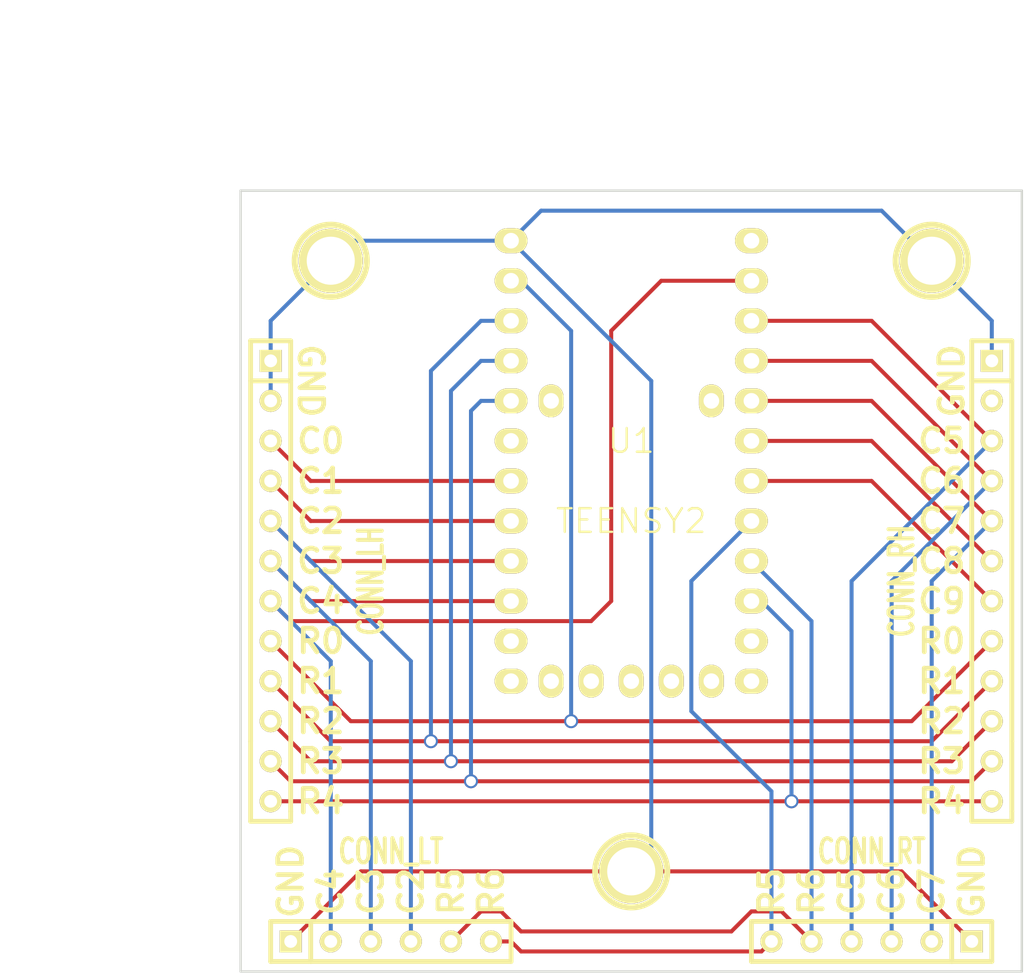
<source format=kicad_pcb>
(kicad_pcb (version 3) (host pcbnew "(2014-02-26 BZR 4721)-product")

  (general
    (links 39)
    (no_connects 1)
    (area 12.624999 12.624999 62.305001 62.305001)
    (thickness 1.6)
    (drawings 40)
    (tracks 108)
    (zones 0)
    (modules 8)
    (nets 32)
  )

  (page A3)
  (layers
    (15 F.Cu signal)
    (0 B.Cu signal)
    (16 B.Adhes user)
    (17 F.Adhes user)
    (18 B.Paste user)
    (19 F.Paste user)
    (20 B.SilkS user)
    (21 F.SilkS user)
    (22 B.Mask user)
    (23 F.Mask user)
    (24 Dwgs.User user)
    (25 Cmts.User user)
    (26 Eco1.User user)
    (27 Eco2.User user)
    (28 Edge.Cuts user)
  )

  (setup
    (last_trace_width 0.254)
    (user_trace_width 0.508)
    (trace_clearance 0.254)
    (zone_clearance 0.508)
    (zone_45_only no)
    (trace_min 0.254)
    (segment_width 0.2)
    (edge_width 0.15)
    (via_size 0.889)
    (via_drill 0.635)
    (via_min_size 0.889)
    (via_min_drill 0.508)
    (uvia_size 0.508)
    (uvia_drill 0.127)
    (uvias_allowed no)
    (uvia_min_size 0.508)
    (uvia_min_drill 0.127)
    (pcb_text_width 0.3)
    (pcb_text_size 1.5 1.5)
    (mod_edge_width 0.15)
    (mod_text_size 1.5 1.5)
    (mod_text_width 0.15)
    (pad_size 1.4 1.4)
    (pad_drill 0.6)
    (pad_to_mask_clearance 0.2)
    (aux_axis_origin 0 0)
    (visible_elements FFFFFFBF)
    (pcbplotparams
      (layerselection 3178497)
      (usegerberextensions true)
      (excludeedgelayer true)
      (linewidth 0.150000)
      (plotframeref false)
      (viasonmask false)
      (mode 1)
      (useauxorigin false)
      (hpglpennumber 1)
      (hpglpenspeed 20)
      (hpglpendiameter 15)
      (hpglpenoverlay 2)
      (psnegative false)
      (psa4output false)
      (plotreference true)
      (plotvalue true)
      (plotothertext true)
      (plotinvisibletext false)
      (padsonsilk false)
      (subtractmaskfromsilk false)
      (outputformat 1)
      (mirror false)
      (drillshape 1)
      (scaleselection 1)
      (outputdirectory ""))
  )

  (net 0 "")
  (net 1 C0)
  (net 2 C1)
  (net 3 C2)
  (net 4 C3)
  (net 5 C4)
  (net 6 C5)
  (net 7 C6)
  (net 8 C7)
  (net 9 C8)
  (net 10 C9)
  (net 11 GND)
  (net 12 "Net-(U1-Pad11)")
  (net 13 "Net-(U1-Pad12)")
  (net 14 "Net-(U1-Pad13)")
  (net 15 "Net-(U1-Pad14)")
  (net 16 "Net-(U1-Pad24)")
  (net 17 "Net-(U1-Pad25)")
  (net 18 "Net-(U1-Pad26)")
  (net 19 "Net-(U1-Pad27)")
  (net 20 "Net-(U1-Pad28)")
  (net 21 "Net-(U1-Pad29)")
  (net 22 "Net-(U1-Pad30)")
  (net 23 "Net-(U1-Pad31)")
  (net 24 "Net-(U1-Pad6)")
  (net 25 R0)
  (net 26 R1)
  (net 27 R2)
  (net 28 R3)
  (net 29 R4)
  (net 30 R5)
  (net 31 R6)

  (net_class Default "This is the default net class."
    (clearance 0.254)
    (trace_width 0.254)
    (via_dia 0.889)
    (via_drill 0.635)
    (uvia_dia 0.508)
    (uvia_drill 0.127)
    (add_net "")
    (add_net C0)
    (add_net C1)
    (add_net C2)
    (add_net C3)
    (add_net C4)
    (add_net C5)
    (add_net C6)
    (add_net C7)
    (add_net C8)
    (add_net C9)
    (add_net GND)
    (add_net "Net-(U1-Pad11)")
    (add_net "Net-(U1-Pad12)")
    (add_net "Net-(U1-Pad13)")
    (add_net "Net-(U1-Pad14)")
    (add_net "Net-(U1-Pad24)")
    (add_net "Net-(U1-Pad25)")
    (add_net "Net-(U1-Pad26)")
    (add_net "Net-(U1-Pad27)")
    (add_net "Net-(U1-Pad28)")
    (add_net "Net-(U1-Pad29)")
    (add_net "Net-(U1-Pad30)")
    (add_net "Net-(U1-Pad31)")
    (add_net "Net-(U1-Pad6)")
    (add_net R0)
    (add_net R1)
    (add_net R2)
    (add_net R3)
    (add_net R4)
    (add_net R5)
    (add_net R6)
  )

  (net_class Power ""
    (clearance 0.254)
    (trace_width 0.508)
    (via_dia 0.889)
    (via_drill 0.635)
    (uvia_dia 0.508)
    (uvia_drill 0.127)
  )

  (module conn:SIL-12 (layer F.Cu) (tedit 531BA7F3) (tstamp 531BAF5E)
    (at 14.605 37.465 270)
    (descr "Connecteur 12 pins")
    (tags "CONN DEV")
    (path /52F98080)
    (fp_text reference P1 (at -8.89 -6.35 270) (layer F.SilkS) hide
      (effects (font (size 1.72974 1.08712) (thickness 0.27178)))
    )
    (fp_text value CONN_LH (at 0 -6.35 270) (layer F.SilkS)
      (effects (font (size 1.524 1.016) (thickness 0.3048)))
    )
    (fp_line (start -15.24 1.27) (end -15.24 1.27) (layer F.SilkS) (width 0.3048))
    (fp_line (start -15.24 1.27) (end -15.24 -1.27) (layer F.SilkS) (width 0.3048))
    (fp_line (start -15.24 -1.27) (end 10.16 -1.27) (layer F.SilkS) (width 0.3048))
    (fp_line (start 10.16 1.27) (end -15.24 1.27) (layer F.SilkS) (width 0.3048))
    (fp_line (start -12.7 1.27) (end -12.7 -1.27) (layer F.SilkS) (width 0.3048))
    (fp_line (start 10.16 -1.27) (end 14.605 -1.27) (layer F.SilkS) (width 0.3048))
    (fp_line (start 14.605 -1.27) (end 15.24 -1.27) (layer F.SilkS) (width 0.3048))
    (fp_line (start 15.24 -1.27) (end 15.24 1.27) (layer F.SilkS) (width 0.3048))
    (fp_line (start 15.24 1.27) (end 10.16 1.27) (layer F.SilkS) (width 0.3048))
    (pad 1 thru_hole rect (at -13.97 0 270) (size 1.397 1.397) (drill 0.8128) (layers *.Cu *.Mask F.SilkS)
      (net 11 GND))
    (pad 2 thru_hole circle (at -11.43 0 270) (size 1.397 1.397) (drill 0.8128) (layers *.Cu *.Mask F.SilkS)
      (net 11 GND))
    (pad 3 thru_hole circle (at -8.89 0 270) (size 1.397 1.397) (drill 0.8128) (layers *.Cu *.Mask F.SilkS)
      (net 1 C0))
    (pad 4 thru_hole circle (at -6.35 0 270) (size 1.397 1.397) (drill 0.8128) (layers *.Cu *.Mask F.SilkS)
      (net 2 C1))
    (pad 5 thru_hole circle (at -3.81 0 270) (size 1.397 1.397) (drill 0.8128) (layers *.Cu *.Mask F.SilkS)
      (net 3 C2))
    (pad 6 thru_hole circle (at -1.27 0 270) (size 1.397 1.397) (drill 0.8128) (layers *.Cu *.Mask F.SilkS)
      (net 4 C3))
    (pad 7 thru_hole circle (at 1.27 0 270) (size 1.397 1.397) (drill 0.8128) (layers *.Cu *.Mask F.SilkS)
      (net 5 C4))
    (pad 8 thru_hole circle (at 3.81 0 270) (size 1.397 1.397) (drill 0.8128) (layers *.Cu *.Mask F.SilkS)
      (net 25 R0))
    (pad 9 thru_hole circle (at 6.35 0 270) (size 1.397 1.397) (drill 0.8128) (layers *.Cu *.Mask F.SilkS)
      (net 26 R1))
    (pad 10 thru_hole circle (at 8.89 0 270) (size 1.397 1.397) (drill 0.8128) (layers *.Cu *.Mask F.SilkS)
      (net 27 R2))
    (pad 11 thru_hole circle (at 11.43 0 270) (size 1.397 1.397) (drill 0.8128) (layers *.Cu *.Mask F.SilkS)
      (net 28 R3))
    (pad 12 thru_hole circle (at 13.97 0 270) (size 1.397 1.397) (drill 0.8128) (layers *.Cu *.Mask F.SilkS)
      (net 29 R4))
    (model pin_array\pins_array_12x1.wrl
      (at (xyz 0 0 0))
      (scale (xyz 1 1 1))
      (rotate (xyz 0 0 0))
    )
  )

  (module conn:SIL-12 (layer F.Cu) (tedit 531BA7F7) (tstamp 531BAF76)
    (at 60.325 37.465 270)
    (descr "Connecteur 12 pins")
    (tags "CONN DEV")
    (path /52F9808D)
    (fp_text reference P2 (at -8.255 5.715 270) (layer F.SilkS) hide
      (effects (font (size 1.72974 1.08712) (thickness 0.27178)))
    )
    (fp_text value CONN_RH (at 0 5.715 270) (layer F.SilkS)
      (effects (font (size 1.524 1.016) (thickness 0.3048)))
    )
    (fp_line (start -15.24 1.27) (end -15.24 1.27) (layer F.SilkS) (width 0.3048))
    (fp_line (start -15.24 1.27) (end -15.24 -1.27) (layer F.SilkS) (width 0.3048))
    (fp_line (start -15.24 -1.27) (end 10.16 -1.27) (layer F.SilkS) (width 0.3048))
    (fp_line (start 10.16 1.27) (end -15.24 1.27) (layer F.SilkS) (width 0.3048))
    (fp_line (start -12.7 1.27) (end -12.7 -1.27) (layer F.SilkS) (width 0.3048))
    (fp_line (start 10.16 -1.27) (end 14.605 -1.27) (layer F.SilkS) (width 0.3048))
    (fp_line (start 14.605 -1.27) (end 15.24 -1.27) (layer F.SilkS) (width 0.3048))
    (fp_line (start 15.24 -1.27) (end 15.24 1.27) (layer F.SilkS) (width 0.3048))
    (fp_line (start 15.24 1.27) (end 10.16 1.27) (layer F.SilkS) (width 0.3048))
    (pad 1 thru_hole rect (at -13.97 0 270) (size 1.397 1.397) (drill 0.8128) (layers *.Cu *.Mask F.SilkS)
      (net 11 GND))
    (pad 2 thru_hole circle (at -11.43 0 270) (size 1.397 1.397) (drill 0.8128) (layers *.Cu *.Mask F.SilkS)
      (net 11 GND))
    (pad 3 thru_hole circle (at -8.89 0 270) (size 1.397 1.397) (drill 0.8128) (layers *.Cu *.Mask F.SilkS)
      (net 6 C5))
    (pad 4 thru_hole circle (at -6.35 0 270) (size 1.397 1.397) (drill 0.8128) (layers *.Cu *.Mask F.SilkS)
      (net 7 C6))
    (pad 5 thru_hole circle (at -3.81 0 270) (size 1.397 1.397) (drill 0.8128) (layers *.Cu *.Mask F.SilkS)
      (net 8 C7))
    (pad 6 thru_hole circle (at -1.27 0 270) (size 1.397 1.397) (drill 0.8128) (layers *.Cu *.Mask F.SilkS)
      (net 9 C8))
    (pad 7 thru_hole circle (at 1.27 0 270) (size 1.397 1.397) (drill 0.8128) (layers *.Cu *.Mask F.SilkS)
      (net 10 C9))
    (pad 8 thru_hole circle (at 3.81 0 270) (size 1.397 1.397) (drill 0.8128) (layers *.Cu *.Mask F.SilkS)
      (net 25 R0))
    (pad 9 thru_hole circle (at 6.35 0 270) (size 1.397 1.397) (drill 0.8128) (layers *.Cu *.Mask F.SilkS)
      (net 26 R1))
    (pad 10 thru_hole circle (at 8.89 0 270) (size 1.397 1.397) (drill 0.8128) (layers *.Cu *.Mask F.SilkS)
      (net 27 R2))
    (pad 11 thru_hole circle (at 11.43 0 270) (size 1.397 1.397) (drill 0.8128) (layers *.Cu *.Mask F.SilkS)
      (net 28 R3))
    (pad 12 thru_hole circle (at 13.97 0 270) (size 1.397 1.397) (drill 0.8128) (layers *.Cu *.Mask F.SilkS)
      (net 29 R4))
    (model pin_array\pins_array_12x1.wrl
      (at (xyz 0 0 0))
      (scale (xyz 1 1 1))
      (rotate (xyz 0 0 0))
    )
  )

  (module conn:SIL-6 (layer F.Cu) (tedit 531BA801) (tstamp 531BAF8E)
    (at 22.225 60.325)
    (descr "Connecteur 6 pins")
    (tags "CONN DEV")
    (path /52F9806B)
    (fp_text reference P3 (at 9.525 0) (layer F.SilkS) hide
      (effects (font (size 1.72974 1.08712) (thickness 0.27178)))
    )
    (fp_text value CONN_LT (at 0 -5.715) (layer F.SilkS)
      (effects (font (size 1.524 1.016) (thickness 0.254)))
    )
    (fp_line (start -7.62 1.27) (end -7.62 -1.27) (layer F.SilkS) (width 0.3048))
    (fp_line (start -7.62 -1.27) (end 7.62 -1.27) (layer F.SilkS) (width 0.3048))
    (fp_line (start 7.62 -1.27) (end 7.62 1.27) (layer F.SilkS) (width 0.3048))
    (fp_line (start 7.62 1.27) (end -7.62 1.27) (layer F.SilkS) (width 0.3048))
    (fp_line (start -5.08 1.27) (end -5.08 -1.27) (layer F.SilkS) (width 0.3048))
    (pad 1 thru_hole rect (at -6.35 0) (size 1.397 1.397) (drill 0.8128) (layers *.Cu *.Mask F.SilkS)
      (net 11 GND))
    (pad 2 thru_hole circle (at -3.81 0) (size 1.397 1.397) (drill 0.8128) (layers *.Cu *.Mask F.SilkS)
      (net 5 C4))
    (pad 3 thru_hole circle (at -1.27 0) (size 1.397 1.397) (drill 0.8128) (layers *.Cu *.Mask F.SilkS)
      (net 4 C3))
    (pad 4 thru_hole circle (at 1.27 0) (size 1.397 1.397) (drill 0.8128) (layers *.Cu *.Mask F.SilkS)
      (net 3 C2))
    (pad 5 thru_hole circle (at 3.81 0) (size 1.397 1.397) (drill 0.8128) (layers *.Cu *.Mask F.SilkS)
      (net 30 R5))
    (pad 6 thru_hole circle (at 6.35 0) (size 1.397 1.397) (drill 0.8128) (layers *.Cu *.Mask F.SilkS)
      (net 31 R6))
  )

  (module conn:SIL-6 (layer F.Cu) (tedit 531BA80B) (tstamp 531BAF9C)
    (at 52.705 60.325 180)
    (descr "Connecteur 6 pins")
    (tags "CONN DEV")
    (path /52F98078)
    (fp_text reference P4 (at 9.525 0 180) (layer F.SilkS) hide
      (effects (font (size 1.72974 1.08712) (thickness 0.27178)))
    )
    (fp_text value CONN_RT (at 0 5.715 180) (layer F.SilkS)
      (effects (font (size 1.524 1.016) (thickness 0.254)))
    )
    (fp_line (start -7.62 1.27) (end -7.62 -1.27) (layer F.SilkS) (width 0.3048))
    (fp_line (start -7.62 -1.27) (end 7.62 -1.27) (layer F.SilkS) (width 0.3048))
    (fp_line (start 7.62 -1.27) (end 7.62 1.27) (layer F.SilkS) (width 0.3048))
    (fp_line (start 7.62 1.27) (end -7.62 1.27) (layer F.SilkS) (width 0.3048))
    (fp_line (start -5.08 1.27) (end -5.08 -1.27) (layer F.SilkS) (width 0.3048))
    (pad 1 thru_hole rect (at -6.35 0 180) (size 1.397 1.397) (drill 0.8128) (layers *.Cu *.Mask F.SilkS)
      (net 11 GND))
    (pad 2 thru_hole circle (at -3.81 0 180) (size 1.397 1.397) (drill 0.8128) (layers *.Cu *.Mask F.SilkS)
      (net 8 C7))
    (pad 3 thru_hole circle (at -1.27 0 180) (size 1.397 1.397) (drill 0.8128) (layers *.Cu *.Mask F.SilkS)
      (net 7 C6))
    (pad 4 thru_hole circle (at 1.27 0 180) (size 1.397 1.397) (drill 0.8128) (layers *.Cu *.Mask F.SilkS)
      (net 6 C5))
    (pad 5 thru_hole circle (at 3.81 0 180) (size 1.397 1.397) (drill 0.8128) (layers *.Cu *.Mask F.SilkS)
      (net 30 R5))
    (pad 6 thru_hole circle (at 6.35 0 180) (size 1.397 1.397) (drill 0.8128) (layers *.Cu *.Mask F.SilkS)
      (net 31 R6))
  )

  (module pjrc:Teensy2 (layer F.Cu) (tedit 531B9E46) (tstamp 531BAFCC)
    (at 37.465 28.575)
    (path /531B6BD8)
    (fp_text reference U1 (at 0 0) (layer F.SilkS)
      (effects (font (size 1.5 1.5) (thickness 0.15)))
    )
    (fp_text value TEENSY2 (at 0 5.08) (layer F.SilkS)
      (effects (font (size 1.5 1.5) (thickness 0.15)))
    )
    (pad 1 thru_hole oval (at -7.62 -12.7) (size 2.0828 1.5748) (drill 0.9906) (layers *.Cu *.Mask F.SilkS)
      (net 11 GND))
    (pad 2 thru_hole oval (at -7.62 -10.16) (size 2.0828 1.5748) (drill 0.9906) (layers *.Cu *.Mask F.SilkS)
      (net 25 R0))
    (pad 3 thru_hole oval (at -7.62 -7.62) (size 2.0828 1.5748) (drill 0.9906) (layers *.Cu *.Mask F.SilkS)
      (net 26 R1))
    (pad 4 thru_hole oval (at -7.62 -5.08) (size 2.0828 1.5748) (drill 0.9906) (layers *.Cu *.Mask F.SilkS)
      (net 27 R2))
    (pad 5 thru_hole oval (at -7.62 -2.54) (size 2.0828 1.5748) (drill 0.9906) (layers *.Cu *.Mask F.SilkS)
      (net 28 R3))
    (pad 6 thru_hole oval (at -7.62 0) (size 2.0828 1.5748) (drill 0.9906) (layers *.Cu *.Mask F.SilkS)
      (net 24 "Net-(U1-Pad6)"))
    (pad 7 thru_hole oval (at -7.62 2.54) (size 2.0828 1.5748) (drill 0.9906) (layers *.Cu *.Mask F.SilkS)
      (net 1 C0))
    (pad 8 thru_hole oval (at -7.62 5.08) (size 2.0828 1.5748) (drill 0.9906) (layers *.Cu *.Mask F.SilkS)
      (net 2 C1))
    (pad 9 thru_hole oval (at -7.62 7.62) (size 2.0828 1.5748) (drill 0.9906) (layers *.Cu *.Mask F.SilkS)
      (net 3 C2))
    (pad 10 thru_hole oval (at -7.62 10.16) (size 2.0828 1.5748) (drill 0.9906) (layers *.Cu *.Mask F.SilkS)
      (net 4 C3))
    (pad 11 thru_hole oval (at -7.62 12.7) (size 2.0828 1.5748) (drill 0.9906) (layers *.Cu *.Mask F.SilkS)
      (net 12 "Net-(U1-Pad11)"))
    (pad 12 thru_hole oval (at -7.62 15.24) (size 2.0828 1.5748) (drill 0.9906) (layers *.Cu *.Mask F.SilkS)
      (net 13 "Net-(U1-Pad12)"))
    (pad 13 thru_hole oval (at 7.62 15.24) (size 2.0828 1.5748) (drill 0.9906) (layers *.Cu *.Mask F.SilkS)
      (net 14 "Net-(U1-Pad13)"))
    (pad 14 thru_hole oval (at 7.62 12.7) (size 2.0828 1.5748) (drill 0.9906) (layers *.Cu *.Mask F.SilkS)
      (net 15 "Net-(U1-Pad14)"))
    (pad 15 thru_hole oval (at 7.62 10.16) (size 2.0828 1.5748) (drill 0.9906) (layers *.Cu *.Mask F.SilkS)
      (net 29 R4))
    (pad 16 thru_hole oval (at 7.62 7.62) (size 2.0828 1.5748) (drill 0.9906) (layers *.Cu *.Mask F.SilkS)
      (net 30 R5))
    (pad 17 thru_hole oval (at 7.62 5.08) (size 2.0828 1.5748) (drill 0.9906) (layers *.Cu *.Mask F.SilkS)
      (net 31 R6))
    (pad 18 thru_hole oval (at 7.62 2.54) (size 2.0828 1.5748) (drill 0.9906) (layers *.Cu *.Mask F.SilkS)
      (net 10 C9))
    (pad 19 thru_hole oval (at 7.62 0) (size 2.0828 1.5748) (drill 0.9906) (layers *.Cu *.Mask F.SilkS)
      (net 9 C8))
    (pad 20 thru_hole oval (at 7.62 -2.54) (size 2.0828 1.5748) (drill 0.9906) (layers *.Cu *.Mask F.SilkS)
      (net 8 C7))
    (pad 21 thru_hole oval (at 7.62 -5.08) (size 2.0828 1.5748) (drill 0.9906) (layers *.Cu *.Mask F.SilkS)
      (net 7 C6))
    (pad 22 thru_hole oval (at 7.62 -7.62) (size 2.0828 1.5748) (drill 0.9906) (layers *.Cu *.Mask F.SilkS)
      (net 6 C5))
    (pad 23 thru_hole oval (at 7.62 -10.16) (size 2.0828 1.5748) (drill 0.9906) (layers *.Cu *.Mask F.SilkS)
      (net 5 C4))
    (pad 24 thru_hole oval (at 7.62 -12.7) (size 2.0828 1.5748) (drill 0.9906) (layers *.Cu *.Mask F.SilkS)
      (net 16 "Net-(U1-Pad24)"))
    (pad 25 thru_hole oval (at -5.08 15.24) (size 1.5748 2.0828) (drill 0.9906) (layers *.Cu *.Mask F.SilkS)
      (net 17 "Net-(U1-Pad25)"))
    (pad 26 thru_hole oval (at -2.54 15.24) (size 1.5748 2.0828) (drill 0.9906) (layers *.Cu *.Mask F.SilkS)
      (net 18 "Net-(U1-Pad26)"))
    (pad 27 thru_hole oval (at 0 15.24) (size 1.5748 2.0828) (drill 0.9906) (layers *.Cu *.Mask F.SilkS)
      (net 19 "Net-(U1-Pad27)"))
    (pad 28 thru_hole oval (at 2.54 15.24) (size 1.5748 2.0828) (drill 0.9906) (layers *.Cu *.Mask F.SilkS)
      (net 20 "Net-(U1-Pad28)"))
    (pad 29 thru_hole oval (at 5.08 15.24) (size 1.5748 2.0828) (drill 0.9906) (layers *.Cu *.Mask F.SilkS)
      (net 21 "Net-(U1-Pad29)"))
    (pad 30 thru_hole oval (at -5.08 -2.54) (size 1.5748 2.0828) (drill 0.9906) (layers *.Cu *.Mask F.SilkS)
      (net 22 "Net-(U1-Pad30)"))
    (pad 31 thru_hole oval (at 5.08 -2.54) (size 1.5748 2.0828) (drill 0.9906) (layers *.Cu *.Mask F.SilkS)
      (net 23 "Net-(U1-Pad31)"))
  )

  (module conn:1pin (layer F.Cu) (tedit 531BA80E) (tstamp 531BB103)
    (at 37.465 55.88)
    (descr "module 1 pin (ou trou mecanique de percage)")
    (tags DEV)
    (path /531BA243)
    (fp_text reference P5 (at 0 -3.048) (layer F.SilkS) hide
      (effects (font (size 1.016 1.016) (thickness 0.254)))
    )
    (fp_text value CONN_1 (at 0 2.794) (layer F.SilkS) hide
      (effects (font (size 1.016 1.016) (thickness 0.254)))
    )
    (fp_circle (center 0 0) (end 0 -2.286) (layer F.SilkS) (width 0.381))
    (pad 1 thru_hole circle (at 0 0) (size 4.064 4.064) (drill 3.048) (layers *.Cu *.Mask F.SilkS)
      (net 11 GND))
  )

  (module conn:1pin (layer F.Cu) (tedit 531BA7EE) (tstamp 531BB109)
    (at 56.515 17.145)
    (descr "module 1 pin (ou trou mecanique de percage)")
    (tags DEV)
    (path /531BA255)
    (fp_text reference P6 (at 0 -3.048) (layer F.SilkS) hide
      (effects (font (size 1.016 1.016) (thickness 0.254)))
    )
    (fp_text value CONN_1 (at 0 2.794) (layer F.SilkS) hide
      (effects (font (size 1.016 1.016) (thickness 0.254)))
    )
    (fp_circle (center 0 0) (end 0 -2.286) (layer F.SilkS) (width 0.381))
    (pad 1 thru_hole circle (at 0 0) (size 4.064 4.064) (drill 3.048) (layers *.Cu *.Mask F.SilkS)
      (net 11 GND))
  )

  (module conn:1pin (layer F.Cu) (tedit 531BA7E4) (tstamp 531BB121)
    (at 18.415 17.145)
    (descr "module 1 pin (ou trou mecanique de percage)")
    (tags DEV)
    (path /531BA2F7)
    (fp_text reference P7 (at 0 -3.048) (layer F.SilkS) hide
      (effects (font (size 1.016 1.016) (thickness 0.254)))
    )
    (fp_text value CONN_1 (at 0 2.794) (layer F.SilkS) hide
      (effects (font (size 1.016 1.016) (thickness 0.254)))
    )
    (fp_circle (center 0 0) (end 0 -2.286) (layer F.SilkS) (width 0.381))
    (pad 1 thru_hole circle (at 0 0) (size 4.064 4.064) (drill 3.048) (layers *.Cu *.Mask F.SilkS)
      (net 11 GND))
  )

  (gr_text GND (at 15.875 56.515 90) (layer F.SilkS)
    (effects (font (size 1.5 1.5) (thickness 0.3)))
  )
  (gr_text GND (at 57.785 24.765 90) (layer F.SilkS)
    (effects (font (size 1.5 1.5) (thickness 0.3)))
  )
  (gr_text C5 (at 57.15 28.575) (layer F.SilkS)
    (effects (font (size 1.5 1.5) (thickness 0.3)))
  )
  (gr_text C6 (at 57.15 31.115) (layer F.SilkS)
    (effects (font (size 1.5 1.5) (thickness 0.3)))
  )
  (gr_text C7 (at 57.15 33.655) (layer F.SilkS)
    (effects (font (size 1.5 1.5) (thickness 0.3)))
  )
  (gr_text C8 (at 57.15 36.195) (layer F.SilkS)
    (effects (font (size 1.5 1.5) (thickness 0.3)))
  )
  (gr_text C9 (at 57.15 38.735) (layer F.SilkS)
    (effects (font (size 1.5 1.5) (thickness 0.3)))
  )
  (gr_text R0 (at 57.15 41.275) (layer F.SilkS)
    (effects (font (size 1.5 1.5) (thickness 0.3)))
  )
  (gr_text R1 (at 57.15 43.815) (layer F.SilkS)
    (effects (font (size 1.5 1.5) (thickness 0.3)))
  )
  (gr_text R2 (at 57.15 46.355) (layer F.SilkS)
    (effects (font (size 1.5 1.5) (thickness 0.3)))
  )
  (gr_text R3 (at 57.15 48.895) (layer F.SilkS)
    (effects (font (size 1.5 1.5) (thickness 0.3)))
  )
  (gr_text R4 (at 57.15 51.435) (layer F.SilkS)
    (effects (font (size 1.5 1.5) (thickness 0.3)))
  )
  (gr_text GND (at 17.145 24.765 270) (layer F.SilkS)
    (effects (font (size 1.5 1.5) (thickness 0.3)))
  )
  (gr_text C0 (at 17.78 28.575) (layer F.SilkS)
    (effects (font (size 1.5 1.5) (thickness 0.3)))
  )
  (gr_text C1 (at 17.78 31.115) (layer F.SilkS)
    (effects (font (size 1.5 1.5) (thickness 0.3)))
  )
  (gr_text C2 (at 17.78 33.655) (layer F.SilkS)
    (effects (font (size 1.5 1.5) (thickness 0.3)))
  )
  (gr_text C3 (at 17.78 36.195) (layer F.SilkS)
    (effects (font (size 1.5 1.5) (thickness 0.3)))
  )
  (gr_text C4 (at 17.78 38.735) (layer F.SilkS)
    (effects (font (size 1.5 1.5) (thickness 0.3)))
  )
  (gr_text R0 (at 17.78 41.275) (layer F.SilkS)
    (effects (font (size 1.5 1.5) (thickness 0.3)))
  )
  (gr_text R1 (at 17.78 43.815) (layer F.SilkS)
    (effects (font (size 1.5 1.5) (thickness 0.3)))
  )
  (gr_text R2 (at 17.78 46.355) (layer F.SilkS)
    (effects (font (size 1.5 1.5) (thickness 0.3)))
  )
  (gr_text R3 (at 17.78 48.895) (layer F.SilkS)
    (effects (font (size 1.5 1.5) (thickness 0.3)))
  )
  (gr_text R4 (at 17.78 51.435) (layer F.SilkS)
    (effects (font (size 1.5 1.5) (thickness 0.3)))
  )
  (gr_text GND (at 59.055 56.515 90) (layer F.SilkS)
    (effects (font (size 1.5 1.5) (thickness 0.3)))
  )
  (gr_text C4 (at 18.415 57.15 90) (layer F.SilkS)
    (effects (font (size 1.5 1.5) (thickness 0.3)))
  )
  (gr_text C3 (at 20.955 57.15 90) (layer F.SilkS)
    (effects (font (size 1.5 1.5) (thickness 0.3)))
  )
  (gr_text C2 (at 23.495 57.15 90) (layer F.SilkS)
    (effects (font (size 1.5 1.5) (thickness 0.3)))
  )
  (gr_text R6 (at 28.575 57.15 90) (layer F.SilkS)
    (effects (font (size 1.5 1.5) (thickness 0.3)))
  )
  (gr_text R5 (at 26.035 57.15 90) (layer F.SilkS)
    (effects (font (size 1.5 1.5) (thickness 0.3)))
  )
  (gr_text R6 (at 48.895 57.15 90) (layer F.SilkS)
    (effects (font (size 1.5 1.5) (thickness 0.3)))
  )
  (gr_text R5 (at 46.355 57.15 90) (layer F.SilkS)
    (effects (font (size 1.5 1.5) (thickness 0.3)))
  )
  (gr_text C5 (at 51.435 57.15 90) (layer F.SilkS)
    (effects (font (size 1.5 1.5) (thickness 0.3)))
  )
  (gr_text C6 (at 53.975 57.15 90) (layer F.SilkS)
    (effects (font (size 1.5 1.5) (thickness 0.3)))
  )
  (gr_text C7 (at 56.515 57.15 90) (layer F.SilkS)
    (effects (font (size 1.5 1.5) (thickness 0.3)))
  )
  (gr_line (start 12.7 62.23) (end 12.7 12.7) (angle 90) (layer Edge.Cuts) (width 0.15))
  (gr_line (start 62.23 62.23) (end 12.7 62.23) (angle 90) (layer Edge.Cuts) (width 0.15))
  (gr_line (start 62.23 12.7) (end 62.23 62.23) (angle 90) (layer Edge.Cuts) (width 0.15))
  (gr_line (start 12.7 12.7) (end 62.23 12.7) (angle 90) (layer Edge.Cuts) (width 0.15))
  (dimension 49.53 (width 0.3) (layer Cmts.User)
    (gr_text "1.9500 in" (at 3.730001 37.465 270) (layer Cmts.User)
      (effects (font (size 1.5 1.5) (thickness 0.3)))
    )
    (feature1 (pts (xy 12.7 62.23) (xy 2.380001 62.23)))
    (feature2 (pts (xy 12.7 12.7) (xy 2.380001 12.7)))
    (crossbar (pts (xy 5.080001 12.7) (xy 5.080001 62.23)))
    (arrow1a (pts (xy 5.080001 62.23) (xy 4.493581 61.103497)))
    (arrow1b (pts (xy 5.080001 62.23) (xy 5.666421 61.103497)))
    (arrow2a (pts (xy 5.080001 12.7) (xy 4.493581 13.826503)))
    (arrow2b (pts (xy 5.080001 12.7) (xy 5.666421 13.826503)))
  )
  (dimension 49.53 (width 0.3) (layer Cmts.User)
    (gr_text "1.9500 in" (at 37.465 2.460001) (layer Cmts.User)
      (effects (font (size 1.5 1.5) (thickness 0.3)))
    )
    (feature1 (pts (xy 62.23 12.7) (xy 62.23 1.110001)))
    (feature2 (pts (xy 12.7 12.7) (xy 12.7 1.110001)))
    (crossbar (pts (xy 12.7 3.810001) (xy 62.23 3.810001)))
    (arrow1a (pts (xy 62.23 3.810001) (xy 61.103497 4.396421)))
    (arrow1b (pts (xy 62.23 3.810001) (xy 61.103497 3.223581)))
    (arrow2a (pts (xy 12.7 3.810001) (xy 13.826503 4.396421)))
    (arrow2b (pts (xy 12.7 3.810001) (xy 13.826503 3.223581)))
  )

  (segment (start 29.845 31.115) (end 17.145 31.115) (width 0.254) (layer F.Cu) (net 1) (status 400000))
  (segment (start 17.145 31.115) (end 14.605 28.575) (width 0.254) (layer F.Cu) (net 1) (tstamp 531BB30D) (status 800000))
  (segment (start 29.845 33.655) (end 17.145 33.655) (width 0.254) (layer F.Cu) (net 2) (status 400000))
  (segment (start 17.145 33.655) (end 14.605 31.115) (width 0.254) (layer F.Cu) (net 2) (tstamp 531BB30A) (status 800000))
  (segment (start 29.845 36.195) (end 17.145 36.195) (width 0.254) (layer F.Cu) (net 3) (status 400000))
  (segment (start 17.145 36.195) (end 14.605 33.655) (width 0.254) (layer F.Cu) (net 3) (tstamp 531BB307) (status 800000))
  (segment (start 23.495 60.325) (end 23.495 42.545) (width 0.254) (layer B.Cu) (net 3) (status 400000))
  (segment (start 23.495 42.545) (end 14.605 33.655) (width 0.254) (layer B.Cu) (net 3) (tstamp 531BB2FE) (status 800000))
  (segment (start 29.845 38.735) (end 17.145 38.735) (width 0.254) (layer F.Cu) (net 4) (status 400000))
  (segment (start 17.145 38.735) (end 14.605 36.195) (width 0.254) (layer F.Cu) (net 4) (tstamp 531BB310) (status 800000))
  (segment (start 20.955 60.325) (end 20.955 42.545) (width 0.254) (layer B.Cu) (net 4) (status 400000))
  (segment (start 20.955 42.545) (end 14.605 36.195) (width 0.254) (layer B.Cu) (net 4) (tstamp 531BB2FB) (status 800000))
  (segment (start 14.605 38.735) (end 15.875 40.005) (width 0.254) (layer F.Cu) (net 5) (status 400000))
  (segment (start 39.37 18.415) (end 45.085 18.415) (width 0.254) (layer F.Cu) (net 5) (tstamp 531BB362) (status 800000))
  (segment (start 36.195 21.59) (end 39.37 18.415) (width 0.254) (layer F.Cu) (net 5) (tstamp 531BB360))
  (segment (start 36.195 38.735) (end 36.195 21.59) (width 0.254) (layer F.Cu) (net 5) (tstamp 531BB35E))
  (segment (start 34.925 40.005) (end 36.195 38.735) (width 0.254) (layer F.Cu) (net 5) (tstamp 531BB35D))
  (segment (start 15.875 40.005) (end 34.925 40.005) (width 0.254) (layer F.Cu) (net 5) (tstamp 531BB35C))
  (segment (start 18.415 60.325) (end 18.415 42.545) (width 0.254) (layer B.Cu) (net 5) (status 400000))
  (segment (start 18.415 42.545) (end 14.605 38.735) (width 0.254) (layer B.Cu) (net 5) (tstamp 531BB2F2) (status 800000))
  (segment (start 51.435 60.325) (end 51.435 37.465) (width 0.254) (layer B.Cu) (net 6))
  (segment (start 51.435 37.465) (end 60.325 28.575) (width 0.254) (layer B.Cu) (net 6) (tstamp 531BB2E8))
  (segment (start 45.085 20.955) (end 52.705 20.955) (width 0.254) (layer F.Cu) (net 6))
  (segment (start 52.705 20.955) (end 60.325 28.575) (width 0.254) (layer F.Cu) (net 6) (tstamp 531BB1DE))
  (segment (start 53.975 60.325) (end 53.975 37.465) (width 0.254) (layer B.Cu) (net 7))
  (segment (start 53.975 37.465) (end 60.325 31.115) (width 0.254) (layer B.Cu) (net 7) (tstamp 531BB2EB))
  (segment (start 45.085 23.495) (end 52.705 23.495) (width 0.254) (layer F.Cu) (net 7))
  (segment (start 52.705 23.495) (end 60.325 31.115) (width 0.254) (layer F.Cu) (net 7) (tstamp 531BB1E2))
  (segment (start 56.515 60.325) (end 56.515 37.465) (width 0.254) (layer B.Cu) (net 8))
  (segment (start 56.515 37.465) (end 60.325 33.655) (width 0.254) (layer B.Cu) (net 8) (tstamp 531BB2EE))
  (segment (start 45.085 26.035) (end 52.705 26.035) (width 0.254) (layer F.Cu) (net 8))
  (segment (start 52.705 26.035) (end 60.325 33.655) (width 0.254) (layer F.Cu) (net 8) (tstamp 531BB1E5))
  (segment (start 45.085 28.575) (end 52.705 28.575) (width 0.254) (layer F.Cu) (net 9))
  (segment (start 52.705 28.575) (end 60.325 36.195) (width 0.254) (layer F.Cu) (net 9) (tstamp 531BB1E8))
  (segment (start 45.085 31.115) (end 52.705 31.115) (width 0.254) (layer F.Cu) (net 10))
  (segment (start 52.705 31.115) (end 60.325 38.735) (width 0.254) (layer F.Cu) (net 10) (tstamp 531BB1EB))
  (segment (start 37.465 55.88) (end 38.735 54.61) (width 0.254) (layer B.Cu) (net 11) (status C00000))
  (segment (start 38.735 24.765) (end 29.845 15.875) (width 0.254) (layer B.Cu) (net 11) (tstamp 531BB37D) (status 800000))
  (segment (start 38.735 54.61) (end 38.735 24.765) (width 0.254) (layer B.Cu) (net 11) (tstamp 531BB37C) (status 400000))
  (segment (start 37.465 55.88) (end 54.61 55.88) (width 0.254) (layer F.Cu) (net 11) (status 400000))
  (segment (start 54.61 55.88) (end 59.055 60.325) (width 0.254) (layer F.Cu) (net 11) (tstamp 531BB378) (status 800000))
  (segment (start 37.465 55.88) (end 20.32 55.88) (width 0.254) (layer F.Cu) (net 11) (status 400000))
  (segment (start 20.32 55.88) (end 15.875 60.325) (width 0.254) (layer F.Cu) (net 11) (tstamp 531BB375) (status 800000))
  (segment (start 29.845 15.875) (end 31.75 13.97) (width 0.254) (layer B.Cu) (net 11) (status 400000))
  (segment (start 31.75 13.97) (end 53.34 13.97) (width 0.254) (layer B.Cu) (net 11) (tstamp 531BB371))
  (segment (start 53.34 13.97) (end 56.515 17.145) (width 0.254) (layer B.Cu) (net 11) (tstamp 531BB372) (status 800000))
  (segment (start 29.845 15.875) (end 19.685 15.875) (width 0.254) (layer B.Cu) (net 11) (status C00000))
  (segment (start 19.685 15.875) (end 18.415 17.145) (width 0.254) (layer B.Cu) (net 11) (tstamp 531BB36E) (status C00000))
  (segment (start 60.325 23.495) (end 60.325 20.955) (width 0.254) (layer B.Cu) (net 11) (status 400000))
  (segment (start 60.325 20.955) (end 56.515 17.145) (width 0.254) (layer B.Cu) (net 11) (tstamp 531BB36B) (status 800000))
  (segment (start 14.605 23.495) (end 14.605 20.955) (width 0.254) (layer B.Cu) (net 11) (status 400000))
  (segment (start 14.605 20.955) (end 18.415 17.145) (width 0.254) (layer B.Cu) (net 11) (tstamp 531BB368) (status 800000))
  (segment (start 14.605 26.035) (end 14.605 23.495) (width 0.254) (layer B.Cu) (net 11) (status C00000))
  (segment (start 29.845 18.415) (end 30.48 18.415) (width 0.254) (layer B.Cu) (net 25) (status C00000))
  (via (at 33.655 46.355) (size 0.889) (layers F.Cu B.Cu) (net 25))
  (segment (start 33.655 21.59) (end 33.655 46.355) (width 0.254) (layer B.Cu) (net 25) (tstamp 531BB351))
  (segment (start 30.48 18.415) (end 33.655 21.59) (width 0.254) (layer B.Cu) (net 25) (tstamp 531BB350) (status 400000))
  (segment (start 14.605 41.275) (end 19.685 46.355) (width 0.254) (layer F.Cu) (net 25) (status 400000))
  (segment (start 55.245 46.355) (end 60.325 41.275) (width 0.254) (layer F.Cu) (net 25) (tstamp 531BB314) (status 800000))
  (segment (start 19.685 46.355) (end 33.655 46.355) (width 0.254) (layer F.Cu) (net 25) (tstamp 531BB313))
  (segment (start 33.655 46.355) (end 55.245 46.355) (width 0.254) (layer F.Cu) (net 25) (tstamp 531BB356))
  (segment (start 29.845 20.955) (end 27.94 20.955) (width 0.254) (layer B.Cu) (net 26) (status 400000))
  (via (at 24.765 47.625) (size 0.889) (layers F.Cu B.Cu) (net 26))
  (segment (start 24.765 24.13) (end 24.765 47.625) (width 0.254) (layer B.Cu) (net 26) (tstamp 531BB33F))
  (segment (start 27.94 20.955) (end 24.765 24.13) (width 0.254) (layer B.Cu) (net 26) (tstamp 531BB33D))
  (segment (start 14.605 43.815) (end 18.415 47.625) (width 0.254) (layer F.Cu) (net 26) (status 400000))
  (segment (start 56.515 47.625) (end 60.325 43.815) (width 0.254) (layer F.Cu) (net 26) (tstamp 531BB31C) (status 800000))
  (segment (start 18.415 47.625) (end 24.765 47.625) (width 0.254) (layer F.Cu) (net 26) (tstamp 531BB31B))
  (segment (start 24.765 47.625) (end 56.515 47.625) (width 0.254) (layer F.Cu) (net 26) (tstamp 531BB344))
  (segment (start 29.845 23.495) (end 27.94 23.495) (width 0.254) (layer B.Cu) (net 27) (status 400000))
  (via (at 26.035 48.895) (size 0.889) (layers F.Cu B.Cu) (net 27))
  (segment (start 26.035 25.4) (end 26.035 48.895) (width 0.254) (layer B.Cu) (net 27) (tstamp 531BB336))
  (segment (start 27.94 23.495) (end 26.035 25.4) (width 0.254) (layer B.Cu) (net 27) (tstamp 531BB334))
  (segment (start 14.605 46.355) (end 17.145 48.895) (width 0.254) (layer F.Cu) (net 27) (status 400000))
  (segment (start 57.785 48.895) (end 60.325 46.355) (width 0.254) (layer F.Cu) (net 27) (tstamp 531BB322) (status 800000))
  (segment (start 17.145 48.895) (end 26.035 48.895) (width 0.254) (layer F.Cu) (net 27) (tstamp 531BB321))
  (segment (start 26.035 48.895) (end 57.785 48.895) (width 0.254) (layer F.Cu) (net 27) (tstamp 531BB33B))
  (segment (start 29.845 26.035) (end 27.94 26.035) (width 0.254) (layer B.Cu) (net 28) (status 400000))
  (via (at 27.305 50.165) (size 0.889) (layers F.Cu B.Cu) (net 28))
  (segment (start 27.305 26.67) (end 27.305 50.165) (width 0.254) (layer B.Cu) (net 28) (tstamp 531BB32D))
  (segment (start 27.94 26.035) (end 27.305 26.67) (width 0.254) (layer B.Cu) (net 28) (tstamp 531BB32C))
  (segment (start 14.605 48.895) (end 15.875 50.165) (width 0.254) (layer F.Cu) (net 28) (status 400000))
  (segment (start 59.055 50.165) (end 60.325 48.895) (width 0.254) (layer F.Cu) (net 28) (tstamp 531BB326) (status 800000))
  (segment (start 15.875 50.165) (end 27.305 50.165) (width 0.254) (layer F.Cu) (net 28) (tstamp 531BB325))
  (segment (start 27.305 50.165) (end 59.055 50.165) (width 0.254) (layer F.Cu) (net 28) (tstamp 531BB331))
  (segment (start 45.085 38.735) (end 45.72 38.735) (width 0.254) (layer B.Cu) (net 29) (status C00000))
  (via (at 47.625 51.435) (size 0.889) (layers F.Cu B.Cu) (net 29))
  (segment (start 47.625 40.64) (end 47.625 51.435) (width 0.254) (layer B.Cu) (net 29) (tstamp 531BB348))
  (segment (start 45.72 38.735) (end 47.625 40.64) (width 0.254) (layer B.Cu) (net 29) (tstamp 531BB347) (status 400000))
  (segment (start 14.605 51.435) (end 47.625 51.435) (width 0.254) (layer F.Cu) (net 29) (status 400000))
  (segment (start 47.625 51.435) (end 60.325 51.435) (width 0.254) (layer F.Cu) (net 29) (tstamp 531BB34D) (status 800000))
  (segment (start 48.895 60.325) (end 48.895 40.005) (width 0.254) (layer B.Cu) (net 30))
  (segment (start 48.895 40.005) (end 45.085 36.195) (width 0.254) (layer B.Cu) (net 30) (tstamp 531BB2D7))
  (segment (start 43.815 59.69) (end 30.48 59.69) (width 0.254) (layer F.Cu) (net 30))
  (segment (start 26.035 60.325) (end 27.94 58.42) (width 0.254) (layer F.Cu) (net 30))
  (segment (start 29.21 58.42) (end 30.48 59.69) (width 0.254) (layer F.Cu) (net 30) (tstamp 531BB2AC))
  (segment (start 27.94 58.42) (end 29.21 58.42) (width 0.254) (layer F.Cu) (net 30) (tstamp 531BB2AB))
  (segment (start 46.99 58.42) (end 48.895 60.325) (width 0.254) (layer F.Cu) (net 30) (tstamp 531BB2B4))
  (segment (start 45.085 58.42) (end 46.99 58.42) (width 0.254) (layer F.Cu) (net 30) (tstamp 531BB2B2))
  (segment (start 43.815 59.69) (end 45.085 58.42) (width 0.254) (layer F.Cu) (net 30) (tstamp 531BB2C6))
  (segment (start 46.355 60.325) (end 46.355 50.8) (width 0.254) (layer B.Cu) (net 31))
  (segment (start 41.275 37.465) (end 45.085 33.655) (width 0.254) (layer B.Cu) (net 31) (tstamp 531BB2D4))
  (segment (start 41.275 45.72) (end 41.275 37.465) (width 0.254) (layer B.Cu) (net 31) (tstamp 531BB2D2))
  (segment (start 46.355 50.8) (end 41.275 45.72) (width 0.254) (layer B.Cu) (net 31) (tstamp 531BB2D0))
  (segment (start 28.575 60.325) (end 29.845 60.325) (width 0.254) (layer F.Cu) (net 31))
  (segment (start 45.72 60.96) (end 46.355 60.325) (width 0.254) (layer F.Cu) (net 31) (tstamp 531BB2C4))
  (segment (start 30.48 60.96) (end 45.72 60.96) (width 0.254) (layer F.Cu) (net 31) (tstamp 531BB2C3))
  (segment (start 29.845 60.325) (end 30.48 60.96) (width 0.254) (layer F.Cu) (net 31) (tstamp 531BB2C2))

  (zone (net 11) (net_name GND) (layer F.Cu) (tstamp 52F9ACB7) (hatch edge 0.508)
    (connect_pads (clearance 0.508))
    (min_thickness 0.254)
    (fill (arc_segments 16) (thermal_gap 0.508) (thermal_bridge_width 0.508))
    (polygon
      (pts
        (xy 62.23 62.23) (xy 12.7 62.23) (xy 12.7 12.7) (xy 62.23 12.7)
      )
    )
  )
  (zone (net 11) (net_name GND) (layer B.Cu) (tstamp 52F9ACC6) (hatch edge 0.508)
    (connect_pads (clearance 0.508))
    (min_thickness 0.254)
    (fill (arc_segments 16) (thermal_gap 0.508) (thermal_bridge_width 0.508))
    (polygon
      (pts
        (xy 62.23 62.23) (xy 12.7 62.23) (xy 12.7 12.7) (xy 62.23 12.7)
      )
    )
  )
)

</source>
